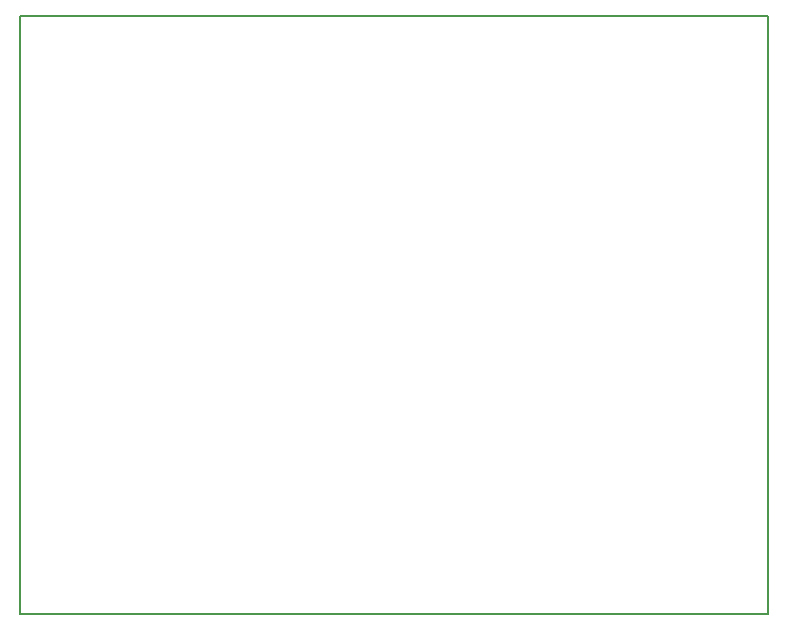
<source format=gm1>
G04 MADE WITH FRITZING*
G04 WWW.FRITZING.ORG*
G04 DOUBLE SIDED*
G04 HOLES PLATED*
G04 CONTOUR ON CENTER OF CONTOUR VECTOR*
%ASAXBY*%
%FSLAX23Y23*%
%MOIN*%
%OFA0B0*%
%SFA1.0B1.0*%
%ADD10R,2.500000X2.000000*%
%ADD11C,0.008000*%
%ADD10C,0.008*%
%LNCONTOUR*%
G90*
G70*
G54D10*
G54D11*
X4Y1996D02*
X2496Y1996D01*
X2496Y4D01*
X4Y4D01*
X4Y1996D01*
D02*
G04 End of contour*
M02*
</source>
